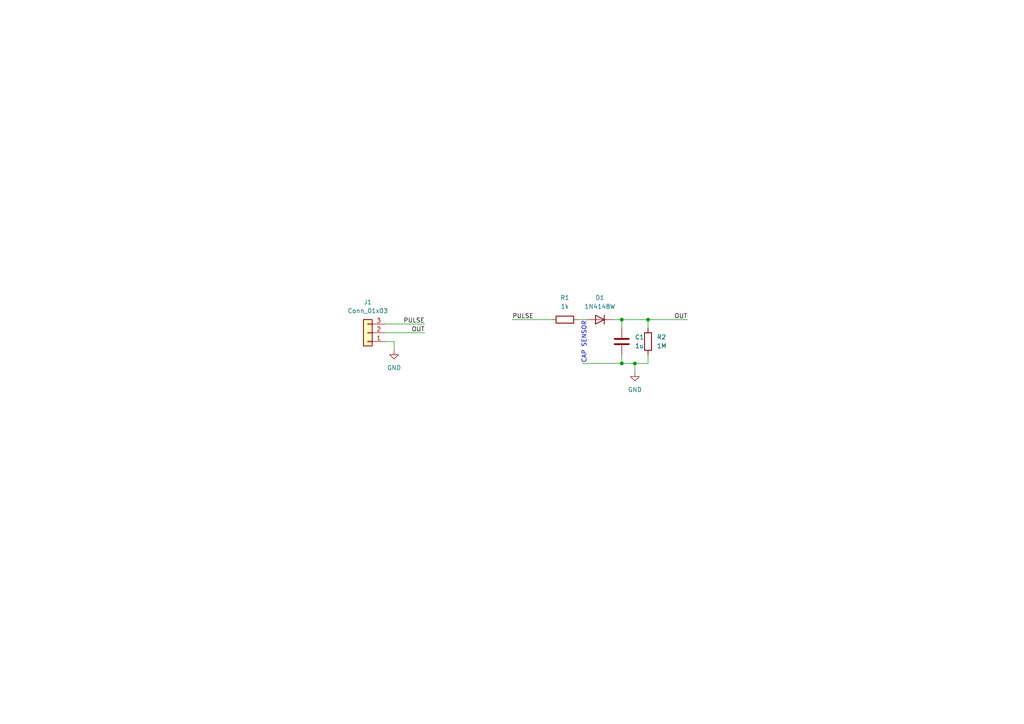
<source format=kicad_sch>
(kicad_sch (version 20211123) (generator eeschema)
  (paper "A4")
  (lib_symbols
    (symbol "Connector_Generic:Conn_01x03" (pin_names (offset 1.016) hide)
      (property "Reference" "J" (at 0 5.08 0))
      (property "Value" "Conn_01x03" (at 0 -5.08 0))
      (symbol "Conn_01x03_1_1"
        (rectangle (start -1.27 -2.413) (end 0 -2.667) (stroke (width 0.1524)))
        (rectangle (start -1.27 0.127) (end 0 -0.127) (stroke (width 0.1524)))
        (rectangle (start -1.27 2.667) (end 0 2.413) (stroke (width 0.1524)))
        (rectangle (start -1.27 3.81) (end 1.27 -3.81) (stroke (width 0.254)) (fill (type background)))
        (pin passive line (at -5.08 2.54 0) (length 3.81) (name "Pin_1") (number "1"))
        (pin passive line (at -5.08 0 0) (length 3.81) (name "Pin_2") (number "2"))
        (pin passive line (at -5.08 -2.54 0) (length 3.81) (name "Pin_3") (number "3"))
      )
    )
    (symbol "Device:C" (pin_numbers hide) (pin_names (offset 0.254))
      (property "Reference" "C" (at 0.635 2.54 0))
      (property "Value" "C" (at 0.635 -2.54 0))
      (symbol "C_0_1"
        (polyline (pts (xy -2.032 -0.762) (xy 2.032 -0.762)) (stroke (width 0.508)))
        (polyline (pts (xy -2.032 0.762) (xy 2.032 0.762)) (stroke (width 0.508)))
      )
      (symbol "C_1_1"
        (pin passive line (at 0 3.81 270) (length 2.794) (name "~") (number "1"))
        (pin passive line (at 0 -3.81 90) (length 2.794) (name "~") (number "2"))
      )
    )
    (symbol "Device:D" (pin_numbers hide) (pin_names (offset 1.016) hide)
      (property "Reference" "D" (at 0 2.54 0))
      (property "Value" "D" (at 0 -2.54 0))
      (symbol "D_0_1"
        (polyline (pts (xy -1.27 1.27) (xy -1.27 -1.27)) (stroke (width 0.254)))
        (polyline (pts (xy 1.27 0) (xy -1.27 0)))
        (polyline (pts (xy 1.27 1.27) (xy 1.27 -1.27) (xy -1.27 0) (xy 1.27 1.27)) (stroke (width 0.254)))
      )
      (symbol "D_1_1"
        (pin passive line (at -3.81 0 0) (length 2.54) (name "K") (number "1"))
        (pin passive line (at 3.81 0 180) (length 2.54) (name "A") (number "2"))
      )
    )
    (symbol "Device:R" (pin_numbers hide) (pin_names (offset 0))
      (property "Reference" "R" (at 2.032 0 90))
      (property "Value" "R" (at 0 0 90))
      (symbol "R_0_1"
        (rectangle (start -1.016 -2.54) (end 1.016 2.54) (stroke (width 0.254)))
      )
      (symbol "R_1_1"
        (pin passive line (at 0 3.81 270) (length 1.27) (name "~") (number "1"))
        (pin passive line (at 0 -3.81 90) (length 1.27) (name "~") (number "2"))
      )
    )
    (symbol "power:GND" (power) (pin_names (offset 0))
      (property "Value" "GND" (at 0 -3.81 0))
      (symbol "GND_0_1"
        (polyline (pts (xy 0 0) (xy 0 -1.27) (xy 1.27 -1.27) (xy 0 -2.54) (xy -1.27 -1.27) (xy 0 -1.27)))
      )
      (symbol "GND_1_1"
        (pin power_in line (at 0 0 270) (length 0) hide (name "GND") (number "1"))
      )
    )
  )
  (junction (at 184.15 105.41))
  (junction (at 180.34 92.71))
  (junction (at 180.34 105.41))
  (junction (at 187.96 92.71))
  (wire (pts (xy 184.15 105.41) (xy 187.96 105.41)))
  (wire (pts (xy 177.8 92.71) (xy 180.34 92.71)))
  (wire (pts (xy 111.76 93.98) (xy 123.19 93.98)))
  (wire (pts (xy 111.76 96.52) (xy 123.19 96.52)))
  (wire (pts (xy 187.96 92.71) (xy 187.96 95.25)))
  (wire (pts (xy 167.64 92.71) (xy 170.18 92.71)))
  (wire (pts (xy 180.34 105.41) (xy 168.91 105.41)))
  (wire (pts (xy 180.34 92.71) (xy 180.34 95.25)))
  (wire (pts (xy 114.3 99.06) (xy 111.76 99.06)))
  (wire (pts (xy 184.15 107.95) (xy 184.15 105.41)))
  (wire (pts (xy 187.96 105.41) (xy 187.96 102.87)))
  (wire (pts (xy 160.02 92.71) (xy 148.59 92.71)))
  (wire (pts (xy 180.34 92.71) (xy 187.96 92.71)))
  (wire (pts (xy 114.3 101.6) (xy 114.3 99.06)))
  (wire (pts (xy 180.34 105.41) (xy 180.34 102.87)))
  (wire (pts (xy 184.15 105.41) (xy 180.34 105.41)))
  (wire (pts (xy 187.96 92.71) (xy 199.39 92.71)))
  (text "CAP SENSOR" (at 170.18 105.41 90) (effects (font (size 1.27 1.27)) (justify left bottom)))
  (label "PULSE" (at 123.19 93.98 180))
  (label "PULSE" (at 148.59 92.71 0))
  (label "OUT" (at 199.39 92.71 180))
  (label "OUT" (at 123.19 96.52 180))
  (symbol (lib_id "Connector_Generic:Conn_01x03") (at 106.68 96.52 180) (unit 1)
    (property "Reference" "J1" (at 106.68 87.63 0))
    (property "Value" "Conn_01x03" (at 106.68 90.17 0))
    (property "Footprint" "Connector_PinHeader_2.54mm:PinHeader_1x03_P2.54mm_Horizontal" (effects hide))
  )
  (symbol (lib_id "power:GND") (at 114.3 101.6 0) (unit 1)
    (property "Reference" "#PWR0101" (effects hide))
    (property "Value" "GND" (at 114.3 106.68 0))
  )
  (symbol (lib_id "power:GND") (at 184.15 107.95 0) (unit 1)
    (property "Reference" "#PWR0102" (effects hide))
    (property "Value" "GND" (at 184.15 113.03 0))
  )
  (symbol (lib_id "Device:D") (at 173.99 92.71 180) (unit 1)
    (property "Reference" "D1" (at 173.99 86.36 0))
    (property "Value" "1N4148W" (at 173.99 88.9 0))
    (property "Footprint" "Diode_SMD:D_SOD-123" (effects hide))
  )
  (symbol (lib_id "Device:R") (at 163.83 92.71 90) (unit 1)
    (property "Reference" "R1" (at 163.83 86.36 90))
    (property "Value" "1k" (at 163.83 88.9 90))
    (property "Footprint" "Resistor_SMD:R_0805_2012Metric" (effects hide))
  )
  (symbol (lib_id "Device:R") (at 187.96 99.06 180) (unit 1)
    (property "Reference" "R2" (at 190.5 97.7899 0) (effects (justify right)))
    (property "Value" "1M" (at 190.5 100.3299 0) (effects (justify right)))
    (property "Footprint" "Resistor_SMD:R_0805_2012Metric" (effects hide))
  )
  (symbol (lib_id "Device:C") (at 180.34 99.06 0) (unit 1)
    (property "Reference" "C1" (at 184.15 97.7899 0) (effects (justify left)))
    (property "Value" "1u" (at 184.15 100.3299 0) (effects (justify left)))
    (property "Footprint" "Capacitor_SMD:C_0805_2012Metric" (effects hide))
  )
)
</source>
